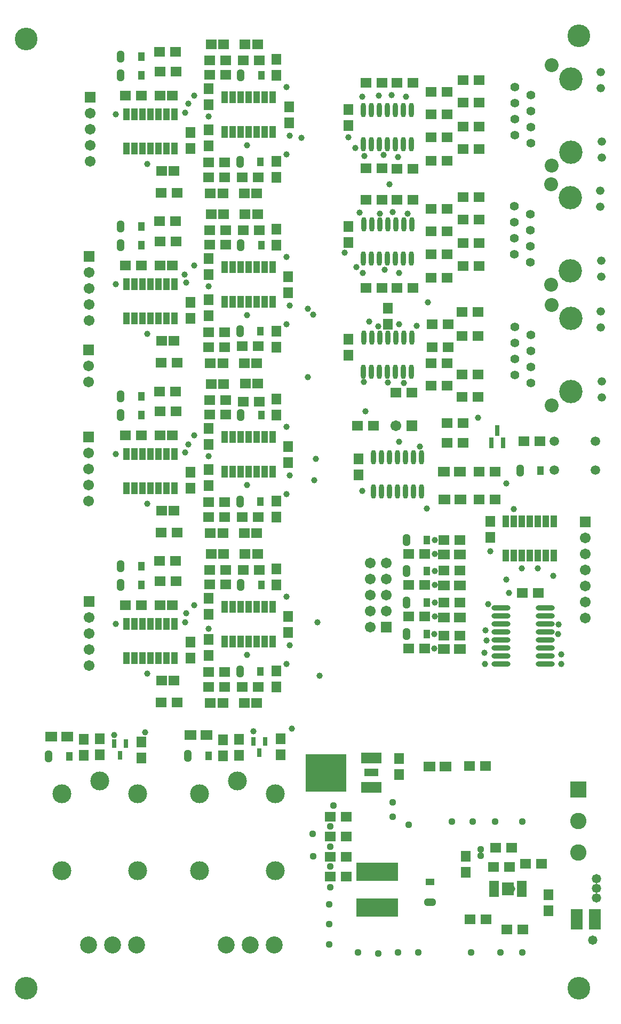
<source format=gts>
G04 Layer_Color=8388736*
%FSLAX25Y25*%
%MOIN*%
G70*
G01*
G75*
%ADD55O,0.03162X0.09068*%
%ADD56O,0.11824X0.03556*%
%ADD57R,0.07099X0.06300*%
G04:AMPARAMS|DCode=58|XSize=43.83mil|YSize=70.99mil|CornerRadius=12.96mil|HoleSize=0mil|Usage=FLASHONLY|Rotation=270.000|XOffset=0mil|YOffset=0mil|HoleType=Round|Shape=RoundedRectangle|*
%AMROUNDEDRECTD58*
21,1,0.04383,0.04508,0,0,270.0*
21,1,0.01791,0.07099,0,0,270.0*
1,1,0.02591,-0.02254,-0.00896*
1,1,0.02591,-0.02254,0.00896*
1,1,0.02591,0.02254,0.00896*
1,1,0.02591,0.02254,-0.00896*
%
%ADD58ROUNDEDRECTD58*%
%ADD59R,0.05603X0.04383*%
%ADD60R,0.06300X0.07099*%
%ADD61R,0.07296X0.12611*%
%ADD62R,0.03950X0.07690*%
%ADD63R,0.25210X0.23635*%
%ADD64R,0.12611X0.07099*%
%ADD65R,0.08674X0.04737*%
G04:AMPARAMS|DCode=66|XSize=43.83mil|YSize=70.99mil|CornerRadius=12.96mil|HoleSize=0mil|Usage=FLASHONLY|Rotation=180.000|XOffset=0mil|YOffset=0mil|HoleType=Round|Shape=RoundedRectangle|*
%AMROUNDEDRECTD66*
21,1,0.04383,0.04508,0,0,180.0*
21,1,0.01791,0.07099,0,0,180.0*
1,1,0.02591,-0.00896,0.02254*
1,1,0.02591,0.00896,0.02254*
1,1,0.02591,0.00896,-0.02254*
1,1,0.02591,-0.00896,-0.02254*
%
%ADD66ROUNDEDRECTD66*%
%ADD67R,0.04383X0.05603*%
%ADD68R,0.07300X0.06300*%
%ADD69R,0.03162X0.05524*%
%ADD70R,0.06200X0.02100*%
%ADD71R,0.07600X0.08300*%
%ADD72R,0.03162X0.06706*%
%ADD73R,0.26378X0.11614*%
%ADD74C,0.11824*%
%ADD75C,0.10236*%
%ADD76R,0.10236X0.10236*%
%ADD77C,0.03937*%
%ADD78C,0.10642*%
%ADD79C,0.05918*%
%ADD80C,0.06706*%
%ADD81R,0.06706X0.06706*%
%ADD82C,0.14173*%
%ADD83R,0.06706X0.06706*%
%ADD84C,0.08674*%
%ADD85C,0.14579*%
%ADD86C,0.05524*%
%ADD87C,0.05236*%
%ADD88C,0.03950*%
%ADD89C,0.05800*%
%ADD90C,0.04400*%
D55*
X7222913Y4346378D02*
D03*
X7217913D02*
D03*
X7212914D02*
D03*
X7207913D02*
D03*
X7202914D02*
D03*
X7197913D02*
D03*
X7192913D02*
D03*
X7222870Y4325055D02*
D03*
X7217870D02*
D03*
X7212870D02*
D03*
X7207870D02*
D03*
X7202870D02*
D03*
X7197870D02*
D03*
X7192870D02*
D03*
X7216846Y4421130D02*
D03*
X7211846D02*
D03*
X7206847D02*
D03*
X7201846D02*
D03*
X7196847D02*
D03*
X7191846D02*
D03*
X7186846D02*
D03*
X7216803Y4399807D02*
D03*
X7211803D02*
D03*
X7206803D02*
D03*
X7201803D02*
D03*
X7196803D02*
D03*
X7191803D02*
D03*
X7186803D02*
D03*
X7216846Y4491630D02*
D03*
X7211846D02*
D03*
X7206847D02*
D03*
X7201846D02*
D03*
X7196847D02*
D03*
X7191846D02*
D03*
X7186846D02*
D03*
X7216803Y4470307D02*
D03*
X7211803D02*
D03*
X7206803D02*
D03*
X7201803D02*
D03*
X7196803D02*
D03*
X7191803D02*
D03*
X7186803D02*
D03*
X7216772Y4562992D02*
D03*
X7211771D02*
D03*
X7206772D02*
D03*
X7201772D02*
D03*
X7196772D02*
D03*
X7191772D02*
D03*
X7186771D02*
D03*
X7216728Y4541669D02*
D03*
X7211729D02*
D03*
X7206728D02*
D03*
X7201728D02*
D03*
X7196729D02*
D03*
X7191728D02*
D03*
X7186729D02*
D03*
D56*
X7300441Y4217305D02*
D03*
Y4222305D02*
D03*
Y4227305D02*
D03*
Y4232305D02*
D03*
Y4237305D02*
D03*
Y4242305D02*
D03*
Y4247305D02*
D03*
Y4252305D02*
D03*
X7272488Y4217305D02*
D03*
Y4222305D02*
D03*
Y4227305D02*
D03*
Y4232305D02*
D03*
Y4237305D02*
D03*
Y4242305D02*
D03*
Y4247305D02*
D03*
Y4252305D02*
D03*
D57*
X7207645Y4451889D02*
D03*
X7217645D02*
D03*
X7207645Y4506963D02*
D03*
X7217645D02*
D03*
X7198438Y4507111D02*
D03*
X7188438D02*
D03*
X7216938Y4386537D02*
D03*
X7206938D02*
D03*
X7262938Y4153537D02*
D03*
X7252938D02*
D03*
X7297938Y4092537D02*
D03*
X7287938D02*
D03*
X7263438Y4058037D02*
D03*
X7253438D02*
D03*
X7175938Y4097037D02*
D03*
X7165938D02*
D03*
X7175938Y4109537D02*
D03*
X7165938D02*
D03*
X7175938Y4122037D02*
D03*
X7165938D02*
D03*
X7120129Y4298990D02*
D03*
X7112255D02*
D03*
X7228991Y4560463D02*
D03*
X7238992D02*
D03*
X7229038Y4574463D02*
D03*
X7239038D02*
D03*
X7228991Y4545963D02*
D03*
X7238992D02*
D03*
X7228991Y4531463D02*
D03*
X7238992D02*
D03*
X7228991Y4487463D02*
D03*
X7238992D02*
D03*
X7228991Y4501463D02*
D03*
X7238992D02*
D03*
X7228991Y4472963D02*
D03*
X7238992D02*
D03*
X7228991Y4458463D02*
D03*
X7238992D02*
D03*
X7229491Y4414963D02*
D03*
X7239491D02*
D03*
X7258991Y4337463D02*
D03*
X7268991D02*
D03*
X7258938Y4581537D02*
D03*
X7248938D02*
D03*
X7258938Y4552537D02*
D03*
X7248938D02*
D03*
X7258938Y4538537D02*
D03*
X7248938D02*
D03*
X7258938Y4494537D02*
D03*
X7248938D02*
D03*
X7258938Y4508537D02*
D03*
X7248938D02*
D03*
X7258938Y4480037D02*
D03*
X7248938D02*
D03*
X7258938Y4465537D02*
D03*
X7248938D02*
D03*
X7258438Y4422037D02*
D03*
X7248438D02*
D03*
X7258438Y4384037D02*
D03*
X7248438D02*
D03*
X7258438Y4398037D02*
D03*
X7248438D02*
D03*
X7258438Y4437037D02*
D03*
X7248438D02*
D03*
X7286991Y4356463D02*
D03*
X7296991D02*
D03*
X7192937Y4366037D02*
D03*
X7182938D02*
D03*
X7268938Y4320037D02*
D03*
X7258938D02*
D03*
X7228991Y4390963D02*
D03*
X7238992D02*
D03*
X7228991Y4404963D02*
D03*
X7238992D02*
D03*
X7229491Y4429463D02*
D03*
X7239491D02*
D03*
X7070453Y4511527D02*
D03*
X7060453D02*
D03*
X7070453Y4299527D02*
D03*
X7060453D02*
D03*
X7070453Y4193527D02*
D03*
X7060453D02*
D03*
X7069422Y4599250D02*
D03*
X7059422D02*
D03*
X7069422Y4493738D02*
D03*
X7059422D02*
D03*
X7069422Y4387439D02*
D03*
X7059422D02*
D03*
X7060542Y4524990D02*
D03*
X7068417D02*
D03*
X7060542Y4206990D02*
D03*
X7068417D02*
D03*
X7120629Y4285990D02*
D03*
X7112755D02*
D03*
X7059565Y4572027D02*
D03*
X7067439D02*
D03*
X7059565Y4466027D02*
D03*
X7067439D02*
D03*
X7059565Y4360027D02*
D03*
X7067439D02*
D03*
X7059565Y4254027D02*
D03*
X7067439D02*
D03*
X7047953Y4572027D02*
D03*
X7037952D02*
D03*
X7047953Y4466027D02*
D03*
X7037952D02*
D03*
X7047953Y4360027D02*
D03*
X7037952D02*
D03*
X7175938Y4084537D02*
D03*
X7165938D02*
D03*
X7267992Y4090736D02*
D03*
X7277991D02*
D03*
X7279438Y4102537D02*
D03*
X7269438D02*
D03*
X7286438Y4051537D02*
D03*
X7276438D02*
D03*
X7098853Y4192990D02*
D03*
X7090980D02*
D03*
X7120129D02*
D03*
X7112255D02*
D03*
X7100002Y4203027D02*
D03*
X7090002D02*
D03*
X7100002Y4212527D02*
D03*
X7090002D02*
D03*
X7047953Y4254027D02*
D03*
X7037952D02*
D03*
X7059528Y4268990D02*
D03*
X7069528D02*
D03*
X7069422Y4281533D02*
D03*
X7059422D02*
D03*
X7060542Y4312990D02*
D03*
X7068417D02*
D03*
X7059528Y4374990D02*
D03*
X7069528D02*
D03*
X7070453Y4405527D02*
D03*
X7060453D02*
D03*
X7060542Y4418990D02*
D03*
X7068417D02*
D03*
X7059528Y4480990D02*
D03*
X7069528D02*
D03*
X7059528Y4586990D02*
D03*
X7069528D02*
D03*
X7100501Y4594027D02*
D03*
X7090501D02*
D03*
X7100501Y4584951D02*
D03*
X7090501D02*
D03*
X7099354Y4603990D02*
D03*
X7091479D02*
D03*
X7120629D02*
D03*
X7112755D02*
D03*
X7121607Y4594027D02*
D03*
X7111607D02*
D03*
X7100002Y4530527D02*
D03*
X7090002D02*
D03*
X7121107Y4521027D02*
D03*
X7111107D02*
D03*
X7100002D02*
D03*
X7090002D02*
D03*
X7098853Y4510990D02*
D03*
X7090980D02*
D03*
X7099354Y4497990D02*
D03*
X7091479D02*
D03*
X7120129Y4510990D02*
D03*
X7112255D02*
D03*
X7120629Y4497990D02*
D03*
X7112755D02*
D03*
X7121607Y4488027D02*
D03*
X7111607D02*
D03*
X7100501D02*
D03*
X7090501D02*
D03*
X7100501Y4478951D02*
D03*
X7090501D02*
D03*
X7100002Y4424527D02*
D03*
X7090002D02*
D03*
X7120997Y4415785D02*
D03*
X7110997D02*
D03*
X7100002Y4415027D02*
D03*
X7090002D02*
D03*
X7098853Y4404990D02*
D03*
X7090980D02*
D03*
X7099354Y4391990D02*
D03*
X7091479D02*
D03*
X7120129Y4404990D02*
D03*
X7112255D02*
D03*
X7120748Y4392520D02*
D03*
X7112874D02*
D03*
X7100501Y4382027D02*
D03*
X7090501D02*
D03*
X7100501Y4372951D02*
D03*
X7090501D02*
D03*
X7121784Y4381139D02*
D03*
X7111784D02*
D03*
X7121107Y4309027D02*
D03*
X7111107D02*
D03*
X7100002Y4318527D02*
D03*
X7090002D02*
D03*
X7121107Y4203027D02*
D03*
X7111107D02*
D03*
X7100501Y4266951D02*
D03*
X7090501D02*
D03*
X7100501Y4276027D02*
D03*
X7090501D02*
D03*
X7121607D02*
D03*
X7111607D02*
D03*
X7099354Y4285990D02*
D03*
X7091479D02*
D03*
X7100002Y4309027D02*
D03*
X7090002D02*
D03*
X7098853Y4298990D02*
D03*
X7090980D02*
D03*
X7246938Y4235049D02*
D03*
X7236938D02*
D03*
X7246981Y4255549D02*
D03*
X7236981D02*
D03*
X7246938Y4275750D02*
D03*
X7236938D02*
D03*
X7225043Y4286138D02*
D03*
X7215044D02*
D03*
X7225043Y4227037D02*
D03*
X7215044D02*
D03*
X7225043Y4247037D02*
D03*
X7215044D02*
D03*
X7225043Y4266740D02*
D03*
X7215044D02*
D03*
X7246938Y4294537D02*
D03*
X7236938D02*
D03*
X7295938Y4261537D02*
D03*
X7285938D02*
D03*
X7198438Y4452037D02*
D03*
X7188438D02*
D03*
X7198438Y4526611D02*
D03*
X7188438D02*
D03*
X7207645Y4526463D02*
D03*
X7217645D02*
D03*
X7198438Y4580037D02*
D03*
X7188438D02*
D03*
X7207645Y4579889D02*
D03*
X7217645D02*
D03*
X7258938Y4567537D02*
D03*
X7248938D02*
D03*
X7238992Y4355463D02*
D03*
X7248991D02*
D03*
X7248938Y4367537D02*
D03*
X7238938D02*
D03*
D58*
X7228465Y4068563D02*
D03*
D59*
Y4081437D02*
D03*
D60*
X7302464Y4063500D02*
D03*
Y4073500D02*
D03*
X7250501Y4087527D02*
D03*
Y4097527D02*
D03*
X7208928Y4148473D02*
D03*
Y4158473D02*
D03*
X7099013Y4170010D02*
D03*
Y4160009D02*
D03*
X7135049Y4170536D02*
D03*
Y4160536D02*
D03*
X7265928Y4306473D02*
D03*
Y4296473D02*
D03*
X7177428Y4419973D02*
D03*
Y4409973D02*
D03*
X7183639Y4345473D02*
D03*
Y4335473D02*
D03*
X7109013Y4170509D02*
D03*
Y4160509D02*
D03*
X7012010Y4170485D02*
D03*
Y4160485D02*
D03*
X7022010Y4170682D02*
D03*
Y4160682D02*
D03*
X7048050Y4168536D02*
D03*
Y4158536D02*
D03*
X7089964Y4576500D02*
D03*
Y4566500D02*
D03*
X7132465Y4584554D02*
D03*
Y4594553D02*
D03*
X7140470Y4554869D02*
D03*
Y4564869D02*
D03*
X7132465Y4531000D02*
D03*
Y4521000D02*
D03*
X7090038Y4540554D02*
D03*
Y4550554D02*
D03*
X7078539Y4539053D02*
D03*
Y4549054D02*
D03*
X7132465Y4478553D02*
D03*
Y4488554D02*
D03*
X7089964Y4470500D02*
D03*
Y4460500D02*
D03*
X7078539Y4433054D02*
D03*
Y4443053D02*
D03*
X7090038Y4434554D02*
D03*
Y4444553D02*
D03*
X7132465Y4425000D02*
D03*
Y4415000D02*
D03*
X7139516Y4449017D02*
D03*
Y4459016D02*
D03*
X7089964Y4364500D02*
D03*
Y4354500D02*
D03*
X7139516Y4343016D02*
D03*
Y4353017D02*
D03*
X7132465Y4372554D02*
D03*
Y4382553D02*
D03*
Y4319000D02*
D03*
Y4309000D02*
D03*
X7078539Y4327053D02*
D03*
Y4337054D02*
D03*
Y4221053D02*
D03*
Y4231054D02*
D03*
X7132465Y4213000D02*
D03*
Y4203000D02*
D03*
X7139516Y4237017D02*
D03*
Y4247017D02*
D03*
X7090038Y4222554D02*
D03*
Y4232553D02*
D03*
X7089964Y4258500D02*
D03*
Y4248500D02*
D03*
X7132465Y4266553D02*
D03*
Y4276553D02*
D03*
X7090038Y4328553D02*
D03*
Y4338554D02*
D03*
X7201928Y4439473D02*
D03*
Y4429473D02*
D03*
X7177428Y4490473D02*
D03*
Y4480473D02*
D03*
Y4563473D02*
D03*
Y4553473D02*
D03*
D61*
X7331382Y4058000D02*
D03*
X7319965D02*
D03*
D62*
X7099877Y4231527D02*
D03*
X7104877D02*
D03*
X7109878D02*
D03*
X7114877D02*
D03*
X7119878D02*
D03*
X7124877D02*
D03*
X7129877D02*
D03*
X7099877Y4252983D02*
D03*
X7104877D02*
D03*
X7109878D02*
D03*
X7114877D02*
D03*
X7119878D02*
D03*
X7124877D02*
D03*
X7129877D02*
D03*
X7305553Y4306500D02*
D03*
X7300553D02*
D03*
X7295553D02*
D03*
X7290553D02*
D03*
X7285553D02*
D03*
X7280553D02*
D03*
X7275553D02*
D03*
X7305553Y4285043D02*
D03*
X7300553D02*
D03*
X7295553D02*
D03*
X7290553D02*
D03*
X7285553D02*
D03*
X7280553D02*
D03*
X7275553D02*
D03*
X7099877Y4549527D02*
D03*
X7104877D02*
D03*
X7109878D02*
D03*
X7114877D02*
D03*
X7119878D02*
D03*
X7124877D02*
D03*
X7129877D02*
D03*
X7099877Y4570984D02*
D03*
X7104877D02*
D03*
X7109878D02*
D03*
X7114877D02*
D03*
X7119878D02*
D03*
X7124877D02*
D03*
X7129877D02*
D03*
X7099877Y4443527D02*
D03*
X7104877D02*
D03*
X7109878D02*
D03*
X7114877D02*
D03*
X7119878D02*
D03*
X7124877D02*
D03*
X7129877D02*
D03*
X7099877Y4464983D02*
D03*
X7104877D02*
D03*
X7109878D02*
D03*
X7114877D02*
D03*
X7119878D02*
D03*
X7124877D02*
D03*
X7129877D02*
D03*
X7099877Y4337527D02*
D03*
X7104877D02*
D03*
X7109878D02*
D03*
X7114877D02*
D03*
X7119878D02*
D03*
X7124877D02*
D03*
X7129877D02*
D03*
X7099877Y4358984D02*
D03*
X7104877D02*
D03*
X7109878D02*
D03*
X7114877D02*
D03*
X7119878D02*
D03*
X7124877D02*
D03*
X7129877D02*
D03*
X7038502Y4221027D02*
D03*
X7043501D02*
D03*
X7048502D02*
D03*
X7053502D02*
D03*
X7058501D02*
D03*
X7063502D02*
D03*
X7068501D02*
D03*
X7038502Y4242484D02*
D03*
X7043501D02*
D03*
X7048502D02*
D03*
X7053502D02*
D03*
X7058501D02*
D03*
X7063502D02*
D03*
X7068501D02*
D03*
X7038502Y4327027D02*
D03*
X7043501D02*
D03*
X7048502D02*
D03*
X7053502D02*
D03*
X7058501D02*
D03*
X7063502D02*
D03*
X7068501D02*
D03*
X7038502Y4348484D02*
D03*
X7043501D02*
D03*
X7048502D02*
D03*
X7053502D02*
D03*
X7058501D02*
D03*
X7063502D02*
D03*
X7068501D02*
D03*
X7038502Y4433027D02*
D03*
X7043501D02*
D03*
X7048502D02*
D03*
X7053502D02*
D03*
X7058501D02*
D03*
X7063502D02*
D03*
X7068501D02*
D03*
X7038502Y4454483D02*
D03*
X7043501D02*
D03*
X7048502D02*
D03*
X7053502D02*
D03*
X7058501D02*
D03*
X7063502D02*
D03*
X7068501D02*
D03*
X7038502Y4539027D02*
D03*
X7043501D02*
D03*
X7048502D02*
D03*
X7053502D02*
D03*
X7058501D02*
D03*
X7063502D02*
D03*
X7068501D02*
D03*
X7038502Y4560484D02*
D03*
X7043501D02*
D03*
X7048502D02*
D03*
X7053502D02*
D03*
X7058501D02*
D03*
X7063502D02*
D03*
X7068501D02*
D03*
D63*
X7163291Y4149500D02*
D03*
D64*
X7191637Y4158555D02*
D03*
Y4140445D02*
D03*
D65*
X7191578Y4149607D02*
D03*
D66*
X7284528Y4338000D02*
D03*
X7109592Y4318777D02*
D03*
X7035065Y4596527D02*
D03*
Y4490527D02*
D03*
Y4384527D02*
D03*
Y4584739D02*
D03*
Y4372739D02*
D03*
X6990091Y4159563D02*
D03*
X7077091Y4160036D02*
D03*
X7035065Y4266739D02*
D03*
Y4278527D02*
D03*
Y4478740D02*
D03*
X7110091Y4584777D02*
D03*
X7109592Y4530777D02*
D03*
X7110091Y4478777D02*
D03*
X7109586Y4425197D02*
D03*
X7110091Y4372589D02*
D03*
X7109592Y4212777D02*
D03*
X7110091Y4266777D02*
D03*
X7213528Y4294689D02*
D03*
Y4235986D02*
D03*
Y4255588D02*
D03*
Y4275500D02*
D03*
D67*
X7297401Y4338000D02*
D03*
X7122466Y4318777D02*
D03*
X7047939Y4596527D02*
D03*
Y4490527D02*
D03*
Y4384527D02*
D03*
Y4584739D02*
D03*
Y4372739D02*
D03*
X7002965Y4159563D02*
D03*
X7089965Y4160036D02*
D03*
X7047939Y4266739D02*
D03*
Y4278527D02*
D03*
Y4478740D02*
D03*
X7122965Y4584777D02*
D03*
X7122466Y4530777D02*
D03*
X7122965Y4478777D02*
D03*
X7122461Y4425197D02*
D03*
X7122965Y4372589D02*
D03*
X7122466Y4212777D02*
D03*
X7122965Y4266777D02*
D03*
X7226402Y4294689D02*
D03*
Y4235986D02*
D03*
Y4255588D02*
D03*
Y4275500D02*
D03*
D68*
X7001550Y4172036D02*
D03*
X6991550D02*
D03*
X7088550Y4173036D02*
D03*
X7078550D02*
D03*
X7237965Y4153500D02*
D03*
X7227965D02*
D03*
X7247465Y4320000D02*
D03*
X7237465D02*
D03*
X7246964Y4337500D02*
D03*
X7236964D02*
D03*
X7246838Y4226599D02*
D03*
X7236838D02*
D03*
X7246964Y4246500D02*
D03*
X7236964D02*
D03*
X7246838Y4266488D02*
D03*
X7236838D02*
D03*
X7246838Y4285788D02*
D03*
X7236838D02*
D03*
D69*
X7034550Y4160516D02*
D03*
X7030810Y4167603D02*
D03*
X7038290D02*
D03*
X7121549Y4161993D02*
D03*
X7117809Y4169080D02*
D03*
X7125290D02*
D03*
D70*
X7285764Y4073060D02*
D03*
Y4075030D02*
D03*
Y4077000D02*
D03*
Y4078970D02*
D03*
Y4080940D02*
D03*
X7268465D02*
D03*
Y4078970D02*
D03*
Y4077000D02*
D03*
Y4075030D02*
D03*
Y4073060D02*
D03*
D71*
X7277115Y4077000D02*
D03*
D72*
X7266484Y4355500D02*
D03*
X7273965D02*
D03*
X7270225Y4362980D02*
D03*
D73*
X7195464Y4065378D02*
D03*
Y4087622D02*
D03*
D74*
X7045708Y4136500D02*
D03*
X7022086Y4144374D02*
D03*
X6998465Y4136500D02*
D03*
Y4088469D02*
D03*
X7045708D02*
D03*
X7131709Y4136500D02*
D03*
X7108086Y4144374D02*
D03*
X7084464Y4136500D02*
D03*
Y4088469D02*
D03*
X7131709D02*
D03*
D75*
X7320965Y4099815D02*
D03*
Y4119500D02*
D03*
D76*
Y4139185D02*
D03*
D77*
X7219965Y4428500D02*
D03*
X7199464Y4535000D02*
D03*
X7181716Y4539500D02*
D03*
X7185965Y4571500D02*
D03*
X7204465Y4572500D02*
D03*
X7204964Y4499500D02*
D03*
X7184464Y4499000D02*
D03*
X7199965Y4463500D02*
D03*
X7182465Y4465000D02*
D03*
X7090039Y4239370D02*
D03*
X7031979Y4242490D02*
D03*
X7114001Y4223027D02*
D03*
X7138480Y4217490D02*
D03*
X7051479Y4211490D02*
D03*
X7138480Y4259490D02*
D03*
X7075465Y4243500D02*
D03*
X7080943Y4254027D02*
D03*
X7140479Y4228990D02*
D03*
X7080943Y4360027D02*
D03*
X7090038Y4347027D02*
D03*
X7138480Y4323490D02*
D03*
X7075465Y4349500D02*
D03*
X7140479Y4334990D02*
D03*
X7138480Y4365490D02*
D03*
X7031979Y4348490D02*
D03*
X7114001Y4329027D02*
D03*
X7051479Y4317490D02*
D03*
X7080943Y4572027D02*
D03*
X7090038Y4559027D02*
D03*
X7138480Y4535490D02*
D03*
X7075465Y4561500D02*
D03*
X7140479Y4546990D02*
D03*
X7138480Y4577490D02*
D03*
X7031979Y4560490D02*
D03*
X7114001Y4541027D02*
D03*
X7051479Y4529490D02*
D03*
X7080943Y4466027D02*
D03*
X7075964Y4455500D02*
D03*
X7138480Y4429490D02*
D03*
X7140479Y4440990D02*
D03*
X7138480Y4471490D02*
D03*
X7031979Y4454490D02*
D03*
X7090038Y4453027D02*
D03*
X7051479Y4423490D02*
D03*
X7114001Y4435027D02*
D03*
X7214465Y4498500D02*
D03*
X7209055Y4461378D02*
D03*
X7186465Y4461500D02*
D03*
X7196964Y4498500D02*
D03*
X7196465Y4572000D02*
D03*
X7213464Y4571500D02*
D03*
X7208268Y4533819D02*
D03*
X7187465Y4534500D02*
D03*
D78*
X7015100Y4042036D02*
D03*
X7030061D02*
D03*
X7045021D02*
D03*
X7101100D02*
D03*
X7116061D02*
D03*
X7131021D02*
D03*
D79*
X7331555Y4338500D02*
D03*
Y4356216D02*
D03*
X7305965Y4338500D02*
D03*
Y4356216D02*
D03*
D80*
X7206965Y4366000D02*
D03*
X7015465Y4216500D02*
D03*
Y4226500D02*
D03*
Y4236500D02*
D03*
Y4246500D02*
D03*
X7014964Y4319000D02*
D03*
Y4329000D02*
D03*
Y4339000D02*
D03*
Y4349000D02*
D03*
Y4403500D02*
D03*
Y4393500D02*
D03*
X7015465Y4461575D02*
D03*
Y4451575D02*
D03*
Y4441575D02*
D03*
Y4431575D02*
D03*
X7015965Y4561000D02*
D03*
Y4551000D02*
D03*
Y4541000D02*
D03*
Y4531000D02*
D03*
X7190965Y4240500D02*
D03*
X7200964Y4250500D02*
D03*
X7190965D02*
D03*
X7200964Y4260500D02*
D03*
X7190965D02*
D03*
X7200964Y4270500D02*
D03*
X7190965D02*
D03*
X7200964Y4280500D02*
D03*
X7190965D02*
D03*
X7325465Y4246000D02*
D03*
Y4256000D02*
D03*
Y4266000D02*
D03*
Y4276000D02*
D03*
Y4296000D02*
D03*
Y4286000D02*
D03*
D81*
X7216965Y4366000D02*
D03*
D82*
X7321275Y4609322D02*
D03*
X6975964Y4607500D02*
D03*
Y4015000D02*
D03*
X7321275D02*
D03*
D83*
X7015465Y4256500D02*
D03*
X7014964Y4359000D02*
D03*
Y4413500D02*
D03*
X7015465Y4471575D02*
D03*
X7015965Y4571000D02*
D03*
X7200964Y4240500D02*
D03*
X7325465Y4306000D02*
D03*
D84*
X7304410Y4378760D02*
D03*
Y4441437D02*
D03*
X7304055Y4516749D02*
D03*
Y4454072D02*
D03*
X7304410Y4528341D02*
D03*
Y4591018D02*
D03*
D85*
X7316417Y4432933D02*
D03*
Y4387264D02*
D03*
X7316063Y4462576D02*
D03*
Y4508245D02*
D03*
X7316417Y4582514D02*
D03*
Y4536845D02*
D03*
D86*
X7281417Y4427618D02*
D03*
X7291417Y4422618D02*
D03*
X7281417Y4417618D02*
D03*
X7291417Y4412618D02*
D03*
X7281417Y4407618D02*
D03*
X7291417Y4402618D02*
D03*
X7281417Y4397618D02*
D03*
X7291417Y4392618D02*
D03*
X7291063Y4467930D02*
D03*
X7281063Y4472930D02*
D03*
X7291063Y4477930D02*
D03*
X7281063Y4482930D02*
D03*
X7291063Y4487930D02*
D03*
X7281063Y4492930D02*
D03*
X7291063Y4497930D02*
D03*
X7281063Y4502930D02*
D03*
X7281417Y4577199D02*
D03*
X7291417Y4572199D02*
D03*
X7281417Y4567199D02*
D03*
X7291417Y4562199D02*
D03*
X7281417Y4557199D02*
D03*
X7291417Y4552199D02*
D03*
X7281417Y4547199D02*
D03*
X7291417Y4542199D02*
D03*
D87*
X7335709Y4383661D02*
D03*
Y4393661D02*
D03*
X7335000Y4427264D02*
D03*
Y4437264D02*
D03*
X7334646Y4512576D02*
D03*
Y4502576D02*
D03*
X7335355Y4468974D02*
D03*
Y4458973D02*
D03*
X7335709Y4533242D02*
D03*
Y4543242D02*
D03*
X7335000Y4576844D02*
D03*
Y4586845D02*
D03*
D88*
X7212008Y4392559D02*
D03*
X7308261Y4235980D02*
D03*
X7310236Y4223268D02*
D03*
Y4217205D02*
D03*
X7262362Y4224370D02*
D03*
X7308583Y4242126D02*
D03*
X7264567Y4254685D02*
D03*
X7263504Y4231929D02*
D03*
X7262992Y4238268D02*
D03*
X7190433Y4431102D02*
D03*
X7151850Y4438976D02*
D03*
X7030810Y4173110D02*
D03*
X7117809Y4175380D02*
D03*
X7050275Y4174803D02*
D03*
X7141843Y4177000D02*
D03*
X7279614Y4077000D02*
D03*
X7277115D02*
D03*
X7231464Y4275500D02*
D03*
X7231314Y4266740D02*
D03*
X7231464Y4294689D02*
D03*
Y4286138D02*
D03*
Y4255588D02*
D03*
X7231265Y4247037D02*
D03*
X7230965Y4236000D02*
D03*
X7177464Y4546000D02*
D03*
X7202965Y4516788D02*
D03*
X7174965Y4474000D02*
D03*
X7077464Y4567000D02*
D03*
X7074965Y4460500D02*
D03*
X7077464Y4354500D02*
D03*
X7075964Y4249000D02*
D03*
X7186964Y4393500D02*
D03*
X7201965Y4393000D02*
D03*
X7195965Y4428000D02*
D03*
X7208965Y4429500D02*
D03*
X7277502Y4261537D02*
D03*
X7265928Y4287537D02*
D03*
X7285553Y4276912D02*
D03*
X7295553Y4277089D02*
D03*
X7280553Y4313911D02*
D03*
X7226465Y4314500D02*
D03*
X7185965Y4325500D02*
D03*
X7275964Y4270000D02*
D03*
X7305465Y4272500D02*
D03*
X7262770Y4217305D02*
D03*
X7275964Y4330000D02*
D03*
X7187965Y4375000D02*
D03*
X7226965Y4443000D02*
D03*
X7230965Y4227037D02*
D03*
X7151965Y4396500D02*
D03*
X7155965Y4332000D02*
D03*
X7156965Y4345500D02*
D03*
X7208965Y4356000D02*
D03*
X7221964Y4353000D02*
D03*
X7157964Y4243500D02*
D03*
X7159464Y4210005D02*
D03*
X7258438Y4371000D02*
D03*
X7155394Y4435433D02*
D03*
X7147913Y4545551D02*
D03*
D89*
X7329964Y4045000D02*
D03*
X7332465Y4083500D02*
D03*
Y4077500D02*
D03*
Y4071500D02*
D03*
D90*
X7165965Y4078000D02*
D03*
Y4091000D02*
D03*
Y4103500D02*
D03*
X7204964Y4131000D02*
D03*
Y4122000D02*
D03*
X7214964Y4117000D02*
D03*
X7165465Y4067500D02*
D03*
Y4055000D02*
D03*
Y4042500D02*
D03*
X7183307Y4037283D02*
D03*
X7195866Y4036732D02*
D03*
X7208465Y4037283D02*
D03*
X7220965D02*
D03*
X7285965D02*
D03*
X7253964D02*
D03*
X7272465D02*
D03*
X7155465Y4097500D02*
D03*
X7241965Y4119000D02*
D03*
X7254964D02*
D03*
X7268964D02*
D03*
X7285965D02*
D03*
X7155064Y4111400D02*
D03*
X7259865Y4097600D02*
D03*
Y4101600D02*
D03*
X7165965Y4116000D02*
D03*
X7167965Y4129000D02*
D03*
M02*

</source>
